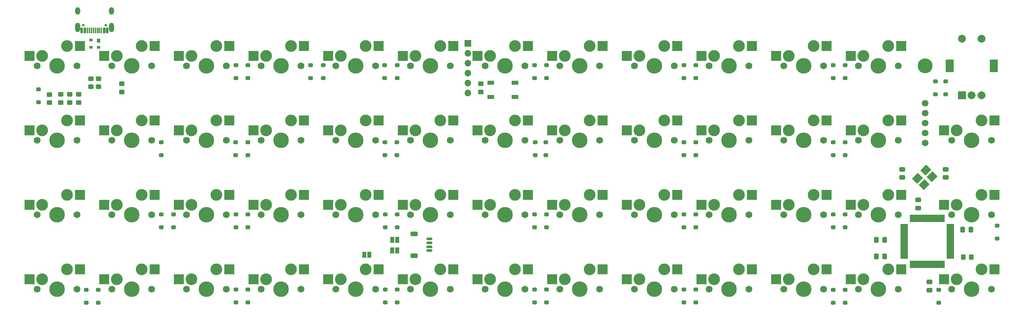
<source format=gbs>
G04 #@! TF.GenerationSoftware,KiCad,Pcbnew,(6.0.1-0)*
G04 #@! TF.CreationDate,2022-04-18T13:14:10-05:00*
G04 #@! TF.ProjectId,pcb,7063622e-6b69-4636-9164-5f7063625858,rev?*
G04 #@! TF.SameCoordinates,Original*
G04 #@! TF.FileFunction,Soldermask,Bot*
G04 #@! TF.FilePolarity,Negative*
%FSLAX46Y46*%
G04 Gerber Fmt 4.6, Leading zero omitted, Abs format (unit mm)*
G04 Created by KiCad (PCBNEW (6.0.1-0)) date 2022-04-18 13:14:10*
%MOMM*%
%LPD*%
G01*
G04 APERTURE LIST*
G04 Aperture macros list*
%AMRoundRect*
0 Rectangle with rounded corners*
0 $1 Rounding radius*
0 $2 $3 $4 $5 $6 $7 $8 $9 X,Y pos of 4 corners*
0 Add a 4 corners polygon primitive as box body*
4,1,4,$2,$3,$4,$5,$6,$7,$8,$9,$2,$3,0*
0 Add four circle primitives for the rounded corners*
1,1,$1+$1,$2,$3*
1,1,$1+$1,$4,$5*
1,1,$1+$1,$6,$7*
1,1,$1+$1,$8,$9*
0 Add four rect primitives between the rounded corners*
20,1,$1+$1,$2,$3,$4,$5,0*
20,1,$1+$1,$4,$5,$6,$7,0*
20,1,$1+$1,$6,$7,$8,$9,0*
20,1,$1+$1,$8,$9,$2,$3,0*%
%AMRotRect*
0 Rectangle, with rotation*
0 The origin of the aperture is its center*
0 $1 length*
0 $2 width*
0 $3 Rotation angle, in degrees counterclockwise*
0 Add horizontal line*
21,1,$1,$2,0,0,$3*%
G04 Aperture macros list end*
%ADD10C,3.000000*%
%ADD11C,1.750000*%
%ADD12C,3.987800*%
%ADD13R,2.550000X2.500000*%
%ADD14R,2.000000X2.000000*%
%ADD15C,2.000000*%
%ADD16R,2.000000X3.200000*%
%ADD17C,3.800000*%
%ADD18RoundRect,0.250000X-0.475000X0.337500X-0.475000X-0.337500X0.475000X-0.337500X0.475000X0.337500X0*%
%ADD19RoundRect,0.250000X0.350000X-0.250000X0.350000X0.250000X-0.350000X0.250000X-0.350000X-0.250000X0*%
%ADD20O,1.700000X1.700000*%
%ADD21R,1.700000X1.700000*%
%ADD22R,1.800000X1.100000*%
%ADD23RoundRect,0.200000X-0.750000X-0.250000X0.750000X-0.250000X0.750000X0.250000X-0.750000X0.250000X0*%
%ADD24RoundRect,0.200000X-0.250000X-0.750000X0.250000X-0.750000X0.250000X0.750000X-0.250000X0.750000X0*%
%ADD25RoundRect,0.250000X0.475000X-0.337500X0.475000X0.337500X-0.475000X0.337500X-0.475000X-0.337500X0*%
%ADD26RotRect,2.100000X1.800000X45.000000*%
%ADD27RoundRect,0.249999X0.450001X-0.325001X0.450001X0.325001X-0.450001X0.325001X-0.450001X-0.325001X0*%
%ADD28C,0.650000*%
%ADD29RoundRect,0.150000X-0.150000X-0.575000X0.150000X-0.575000X0.150000X0.575000X-0.150000X0.575000X0*%
%ADD30RoundRect,0.075000X-0.075000X-0.650000X0.075000X-0.650000X0.075000X0.650000X-0.075000X0.650000X0*%
%ADD31O,1.300000X2.400000*%
%ADD32O,1.300000X1.900000*%
%ADD33RoundRect,0.249999X-0.450001X0.325001X-0.450001X-0.325001X0.450001X-0.325001X0.450001X0.325001X0*%
%ADD34RoundRect,0.250000X-0.337500X-0.475000X0.337500X-0.475000X0.337500X0.475000X-0.337500X0.475000X0*%
%ADD35RoundRect,0.250000X0.337500X0.475000X-0.337500X0.475000X-0.337500X-0.475000X0.337500X-0.475000X0*%
%ADD36RoundRect,0.249999X0.325001X0.450001X-0.325001X0.450001X-0.325001X-0.450001X0.325001X-0.450001X0*%
%ADD37RoundRect,0.050000X-0.350000X0.500000X-0.350000X-0.500000X0.350000X-0.500000X0.350000X0.500000X0*%
%ADD38RoundRect,0.050000X-0.350000X0.300000X-0.350000X-0.300000X0.350000X-0.300000X0.350000X0.300000X0*%
%ADD39C,1.700000*%
%ADD40R,1.000000X1.500000*%
%ADD41RoundRect,0.150000X0.625000X-0.150000X0.625000X0.150000X-0.625000X0.150000X-0.625000X-0.150000X0*%
%ADD42RoundRect,0.250000X0.650000X-0.350000X0.650000X0.350000X-0.650000X0.350000X-0.650000X-0.350000X0*%
G04 APERTURE END LIST*
D10*
X121180225Y-50653950D03*
D11*
X119910225Y-53193950D03*
D12*
X124990225Y-53193950D03*
D10*
X127530225Y-48113950D03*
D11*
X130070225Y-53193950D03*
D13*
X117905225Y-50653950D03*
X130832225Y-48113950D03*
D11*
X206270225Y-53193950D03*
D10*
X203730225Y-48113950D03*
X197380225Y-50653950D03*
D11*
X196110225Y-53193950D03*
D12*
X201190225Y-53193950D03*
D13*
X194105225Y-50653950D03*
X207032225Y-48113950D03*
D11*
X187220225Y-53193950D03*
D10*
X178330225Y-50653950D03*
X184680225Y-48113950D03*
D11*
X177060225Y-53193950D03*
D12*
X182140225Y-53193950D03*
D13*
X175055225Y-50653950D03*
X187982225Y-48113950D03*
D11*
X168170225Y-53193950D03*
D12*
X163090225Y-53193950D03*
D10*
X165630225Y-48113950D03*
X159280225Y-50653950D03*
D11*
X158010225Y-53193950D03*
D13*
X156005225Y-50653950D03*
X168932225Y-48113950D03*
D11*
X81810225Y-53193950D03*
D12*
X86890225Y-53193950D03*
D10*
X83080225Y-50653950D03*
X89430225Y-48113950D03*
D11*
X91970225Y-53193950D03*
D13*
X79805225Y-50653950D03*
X92732225Y-48113950D03*
D11*
X225320225Y-53193950D03*
D10*
X222780225Y-48113950D03*
D12*
X220240225Y-53193950D03*
D11*
X215160225Y-53193950D03*
D10*
X216430225Y-50653950D03*
D13*
X213155225Y-50653950D03*
X226082225Y-48113950D03*
D11*
X244370225Y-53193950D03*
D10*
X235480225Y-50653950D03*
X241830225Y-48113950D03*
D11*
X234210225Y-53193950D03*
D12*
X239290225Y-53193950D03*
D13*
X232205225Y-50653950D03*
X245132225Y-48113950D03*
D11*
X91970225Y-72243950D03*
D12*
X86890225Y-72243950D03*
D10*
X83080225Y-69703950D03*
D11*
X81810225Y-72243950D03*
D10*
X89430225Y-67163950D03*
D13*
X79805225Y-69703950D03*
X92732225Y-67163950D03*
D11*
X111020225Y-72243950D03*
D10*
X102130225Y-69703950D03*
D11*
X100860225Y-72243950D03*
D10*
X108480225Y-67163950D03*
D12*
X105940225Y-72243950D03*
D13*
X98855225Y-69703950D03*
X111782225Y-67163950D03*
D12*
X144045399Y-72243950D03*
D10*
X146585399Y-67163950D03*
D11*
X138965399Y-72243950D03*
X149125399Y-72243950D03*
D10*
X140235399Y-69703950D03*
D13*
X136960399Y-69703950D03*
X149887399Y-67163950D03*
D10*
X273580225Y-50653950D03*
D12*
X277390225Y-53193950D03*
D10*
X279930225Y-48113950D03*
D11*
X272310225Y-53193950D03*
X282470225Y-53193950D03*
D13*
X270305225Y-50653950D03*
X283232225Y-48113950D03*
D10*
X165630225Y-67163950D03*
X159280225Y-69703950D03*
D11*
X168170225Y-72243950D03*
X158010225Y-72243950D03*
D12*
X163090225Y-72243950D03*
D13*
X156005225Y-69703950D03*
X168932225Y-67163950D03*
D11*
X187220225Y-72243950D03*
D12*
X182140225Y-72243950D03*
D11*
X177060225Y-72243950D03*
D10*
X184680225Y-67163950D03*
X178330225Y-69703950D03*
D13*
X175055225Y-69703950D03*
X187982225Y-67163950D03*
D11*
X196110225Y-72243950D03*
D12*
X201190225Y-72243950D03*
D10*
X203730225Y-67163950D03*
D11*
X206270225Y-72243950D03*
D10*
X197380225Y-69703950D03*
D13*
X194105225Y-69703950D03*
X207032225Y-67163950D03*
D11*
X111020225Y-110343950D03*
D12*
X105940225Y-110343950D03*
D11*
X100860225Y-110343950D03*
D10*
X108480225Y-105263950D03*
X102130225Y-107803950D03*
D13*
X98855225Y-107803950D03*
X111782225Y-105263950D03*
D11*
X119910225Y-110343950D03*
D10*
X127530225Y-105263950D03*
D11*
X130070225Y-110343950D03*
D12*
X124990225Y-110343950D03*
D10*
X121180225Y-107803950D03*
D13*
X117905225Y-107803950D03*
X130832225Y-105263950D03*
D10*
X140230225Y-107803950D03*
X146580225Y-105263950D03*
D12*
X144040225Y-110343950D03*
D11*
X149120225Y-110343950D03*
X138960225Y-110343950D03*
D13*
X136955225Y-107803950D03*
X149882225Y-105263950D03*
D10*
X159280225Y-107803950D03*
D11*
X168170225Y-110343950D03*
D10*
X165630225Y-105263950D03*
D11*
X158010225Y-110343950D03*
D12*
X163090225Y-110343950D03*
D13*
X156005225Y-107803950D03*
X168932225Y-105263950D03*
D12*
X182140225Y-110343950D03*
D11*
X187220225Y-110343950D03*
D10*
X178330225Y-107803950D03*
X184680225Y-105263950D03*
D11*
X177060225Y-110343950D03*
D13*
X175055225Y-107803950D03*
X187982225Y-105263950D03*
D12*
X220240225Y-110343950D03*
D11*
X225320225Y-110343950D03*
D10*
X222780225Y-105263950D03*
D11*
X215160225Y-110343950D03*
D10*
X216430225Y-107803950D03*
D13*
X213155225Y-107803950D03*
X226082225Y-105263950D03*
D10*
X241830225Y-105263950D03*
X235480225Y-107803950D03*
D11*
X244370225Y-110343950D03*
X234210225Y-110343950D03*
D12*
X239290225Y-110343950D03*
D13*
X232205225Y-107803950D03*
X245132225Y-105263950D03*
D11*
X253260225Y-110343950D03*
D10*
X254530225Y-107803950D03*
X260880225Y-105263950D03*
D11*
X263420225Y-110343950D03*
D12*
X258340225Y-110343950D03*
D13*
X251255225Y-107803950D03*
X264182225Y-105263950D03*
D10*
X279930225Y-105263950D03*
D12*
X277390225Y-110343950D03*
D11*
X282470225Y-110343950D03*
X272310225Y-110343950D03*
D10*
X273580225Y-107803950D03*
D13*
X270305225Y-107803950D03*
X283232225Y-105263950D03*
D11*
X196110225Y-110343950D03*
X206270225Y-110343950D03*
D10*
X203730225Y-105263950D03*
D12*
X201190225Y-110343950D03*
D10*
X197380225Y-107803950D03*
D13*
X194105225Y-107803950D03*
X207032225Y-105263950D03*
D10*
X279930225Y-86213950D03*
D12*
X277390225Y-91293950D03*
D10*
X273580225Y-88753950D03*
D11*
X272310225Y-91293950D03*
X282470225Y-91293950D03*
D13*
X270305225Y-88753950D03*
X283232225Y-86213950D03*
D11*
X253260225Y-91293950D03*
D10*
X260880225Y-86213950D03*
D12*
X258340225Y-91293950D03*
D10*
X254530225Y-88753950D03*
D11*
X263420225Y-91293950D03*
D13*
X251255225Y-88753950D03*
X264182225Y-86213950D03*
D10*
X216430225Y-88753950D03*
D11*
X215160225Y-91293950D03*
D10*
X222780225Y-86213950D03*
D11*
X225320225Y-91293950D03*
D12*
X220240225Y-91293950D03*
D13*
X213155225Y-88753950D03*
X226082225Y-86213950D03*
D11*
X187220225Y-91293950D03*
X177060225Y-91293950D03*
D12*
X182140225Y-91293950D03*
D10*
X184680225Y-86213950D03*
X178330225Y-88753950D03*
D13*
X175055225Y-88753950D03*
X187982225Y-86213950D03*
D11*
X138960225Y-91293950D03*
D10*
X146580225Y-86213950D03*
D11*
X149120225Y-91293950D03*
D12*
X144040225Y-91293950D03*
D10*
X140230225Y-88753950D03*
D13*
X136955225Y-88753950D03*
X149882225Y-86213950D03*
D10*
X83080225Y-88753950D03*
X89430225Y-86213950D03*
D11*
X91970225Y-91293950D03*
X81810225Y-91293950D03*
D12*
X86890225Y-91293950D03*
D13*
X79805225Y-88753950D03*
X92732225Y-86213950D03*
D11*
X158010225Y-91293950D03*
D10*
X159280225Y-88753950D03*
X165630225Y-86213950D03*
D11*
X168170225Y-91293950D03*
D12*
X163090225Y-91293950D03*
D13*
X156005225Y-88753950D03*
X168932225Y-86213950D03*
D10*
X298980225Y-67163950D03*
D11*
X301520225Y-72243950D03*
D10*
X292630225Y-69703950D03*
D11*
X291360225Y-72243950D03*
D12*
X296440225Y-72243950D03*
D13*
X289355225Y-69703950D03*
X302282225Y-67163950D03*
D10*
X127530225Y-86213950D03*
D11*
X130070225Y-91293950D03*
D10*
X121180225Y-88753950D03*
D11*
X119910225Y-91293950D03*
D12*
X124990225Y-91293950D03*
D13*
X117905225Y-88753950D03*
X130832225Y-86213950D03*
D12*
X105940225Y-91293950D03*
D11*
X111020225Y-91293950D03*
D10*
X108480225Y-86213950D03*
X102130225Y-88753950D03*
D11*
X100860225Y-91293950D03*
D13*
X98855225Y-88753950D03*
X111782225Y-86213950D03*
D11*
X263420225Y-72243950D03*
D10*
X260880225Y-67163950D03*
D12*
X258340225Y-72243950D03*
D10*
X254530225Y-69703950D03*
D11*
X253260225Y-72243950D03*
D13*
X251255225Y-69703950D03*
X264182225Y-67163950D03*
D11*
X234210225Y-72243950D03*
D10*
X241830225Y-67163950D03*
D12*
X239290225Y-72243950D03*
D10*
X235480225Y-69703950D03*
D11*
X244370225Y-72243950D03*
D13*
X232205225Y-69703950D03*
X245132225Y-67163950D03*
D10*
X273580225Y-69703950D03*
D12*
X277390225Y-72243950D03*
D11*
X282470225Y-72243950D03*
D10*
X279930225Y-67163950D03*
D11*
X272310225Y-72243950D03*
D13*
X270305225Y-69703950D03*
X283232225Y-67163950D03*
D10*
X298980225Y-105263950D03*
D11*
X291360225Y-110343950D03*
D12*
X296440225Y-110343950D03*
D11*
X301520225Y-110343950D03*
D10*
X292630225Y-107803950D03*
D13*
X289355225Y-107803950D03*
X302282225Y-105263950D03*
D10*
X298980225Y-86213950D03*
X292630225Y-88753950D03*
D12*
X296440225Y-91293950D03*
D11*
X301520225Y-91293950D03*
X291360225Y-91293950D03*
D13*
X289355225Y-88753950D03*
X302282225Y-86213950D03*
D10*
X292630225Y-50653950D03*
D12*
X296440225Y-53193950D03*
D11*
X301520225Y-53193950D03*
X291360225Y-53193950D03*
D10*
X298980225Y-48113950D03*
D13*
X289355225Y-50653950D03*
X302282225Y-48113950D03*
D14*
X317752725Y-60693950D03*
D15*
X322752725Y-60693950D03*
X320252725Y-60693950D03*
D16*
X314652725Y-53193950D03*
X325852725Y-53193950D03*
D15*
X322752725Y-46193950D03*
X317752725Y-46193950D03*
D10*
X108480225Y-48113950D03*
X102130225Y-50653950D03*
D11*
X111020225Y-53193950D03*
X100860225Y-53193950D03*
D12*
X105940225Y-53193950D03*
D13*
X98855225Y-50653950D03*
X111782225Y-48113950D03*
D12*
X144040225Y-53193950D03*
D11*
X149120225Y-53193950D03*
D10*
X140230225Y-50653950D03*
D11*
X138960225Y-53193950D03*
D10*
X146580225Y-48113950D03*
D13*
X136955225Y-50653950D03*
X149882225Y-48113950D03*
D12*
X320252785Y-110344230D03*
D10*
X322792785Y-105264230D03*
D11*
X315172785Y-110344230D03*
X325332785Y-110344230D03*
D10*
X316442785Y-107804230D03*
D13*
X313167785Y-107804230D03*
X326094785Y-105264230D03*
D11*
X315172785Y-72244070D03*
D10*
X316442785Y-69704070D03*
X322792785Y-67164070D03*
D11*
X325332785Y-72244070D03*
D12*
X320252785Y-72244070D03*
D13*
X313167785Y-69704070D03*
X326094785Y-67164070D03*
D10*
X316442785Y-88754150D03*
X322792785Y-86214150D03*
D11*
X325332785Y-91294150D03*
D12*
X320252785Y-91294150D03*
D11*
X315172785Y-91294150D03*
D13*
X313167785Y-88754150D03*
X326094785Y-86214150D03*
D12*
X201190225Y-91293950D03*
D10*
X203730225Y-86213950D03*
D11*
X206270225Y-91293950D03*
X196110225Y-91293950D03*
D10*
X197380225Y-88753950D03*
D13*
X194105225Y-88753950D03*
X207032225Y-86213950D03*
D10*
X241830225Y-86213950D03*
D11*
X244370225Y-91293950D03*
D12*
X239290225Y-91293950D03*
D11*
X234210225Y-91293950D03*
D10*
X235480225Y-88753950D03*
D13*
X232205225Y-88753950D03*
X245132225Y-86213950D03*
D11*
X91970225Y-110343950D03*
D10*
X89430225Y-105263950D03*
D11*
X81810225Y-110343950D03*
D10*
X83080225Y-107803950D03*
D12*
X86890225Y-110343950D03*
D13*
X79805225Y-107803950D03*
X92732225Y-105263950D03*
D10*
X254530225Y-50653950D03*
X260880225Y-48113950D03*
D11*
X253260225Y-53193950D03*
D12*
X258340225Y-53193950D03*
D11*
X263420225Y-53193950D03*
D13*
X251255225Y-50653950D03*
X264182225Y-48113950D03*
D10*
X121180225Y-69703950D03*
X127530225Y-67163950D03*
D11*
X119910225Y-72243950D03*
D12*
X124990225Y-72243950D03*
D11*
X130070225Y-72243950D03*
D13*
X117905225Y-69703950D03*
X130832225Y-67163950D03*
D11*
X215160225Y-72243950D03*
D12*
X220240225Y-72243950D03*
D10*
X222780225Y-67163950D03*
D11*
X225320225Y-72243950D03*
D10*
X216430225Y-69703950D03*
D13*
X213155225Y-69703950D03*
X226082225Y-67163950D03*
D17*
X308346661Y-53193950D03*
D18*
X309490225Y-108456450D03*
X309490225Y-110531450D03*
D19*
X116590225Y-94443950D03*
X116590225Y-91143950D03*
X208890225Y-76043950D03*
X208890225Y-72743950D03*
X170490225Y-76043950D03*
X170490225Y-72743950D03*
X135581415Y-76043950D03*
X135581415Y-72743950D03*
X113490225Y-76043950D03*
X113490225Y-72743950D03*
X284890625Y-56306250D03*
X284890625Y-53006250D03*
X249881415Y-56306250D03*
X249881415Y-53006250D03*
X211781415Y-56306250D03*
X211781415Y-53006250D03*
X208681415Y-56306250D03*
X208681415Y-53006250D03*
X173651789Y-56333377D03*
X173651789Y-53033377D03*
X170476789Y-56333377D03*
X170476789Y-53033377D03*
X154751789Y-56306250D03*
X154751789Y-53006250D03*
X287990625Y-113750000D03*
X287990625Y-110450000D03*
X284890625Y-113750000D03*
X284890625Y-110450000D03*
X249890625Y-113713123D03*
X249890625Y-110413123D03*
X246790625Y-113706250D03*
X246790625Y-110406250D03*
X211783999Y-113706250D03*
X211783999Y-110406250D03*
X208700000Y-113706250D03*
X208700000Y-110406250D03*
X211790625Y-94506250D03*
X211790625Y-91206250D03*
X284890625Y-76043950D03*
X284890625Y-72743950D03*
X208690625Y-94506250D03*
X208690625Y-91206250D03*
X170585999Y-94506250D03*
X170585999Y-91206250D03*
X132490225Y-94443950D03*
X132490225Y-91143950D03*
X287990625Y-76043950D03*
X287990625Y-72743950D03*
X284890625Y-94506250D03*
X284890625Y-91206250D03*
X249890625Y-94506250D03*
X249890625Y-91206250D03*
X246790625Y-94506250D03*
X246790625Y-91206250D03*
X173690625Y-113706250D03*
X173690625Y-110406250D03*
X151576789Y-56306250D03*
X151576789Y-53006250D03*
X211590225Y-76043950D03*
X211590225Y-72743950D03*
D20*
X191665313Y-60143950D03*
X191665313Y-49983950D03*
X191665313Y-55063950D03*
X191665313Y-57603950D03*
X191665313Y-52523950D03*
D21*
X191665313Y-47443950D03*
D19*
X287990625Y-56306250D03*
X287990625Y-53006250D03*
X311790625Y-113750000D03*
X311790625Y-110450000D03*
X313590225Y-60443950D03*
X313590225Y-57143950D03*
X326690225Y-97343950D03*
X326690225Y-94043950D03*
D22*
X203690225Y-57443950D03*
X197490225Y-61143950D03*
X203690225Y-61143950D03*
X197490225Y-57443950D03*
D23*
X302990225Y-102093950D03*
X302990225Y-101293950D03*
X302990225Y-100493950D03*
X302990225Y-99693950D03*
X302990225Y-98893950D03*
X302990225Y-98093950D03*
X302990225Y-97293950D03*
X302990225Y-96493950D03*
X302990225Y-95693950D03*
X302990225Y-94893950D03*
X302990225Y-94093950D03*
D24*
X304890225Y-92193950D03*
X305690225Y-92193950D03*
X306490225Y-92193950D03*
X307290225Y-92193950D03*
X308090225Y-92193950D03*
X308890225Y-92193950D03*
X309690225Y-92193950D03*
X310490225Y-92193950D03*
X311290225Y-92193950D03*
X312090225Y-92193950D03*
X312890225Y-92193950D03*
D23*
X314790225Y-94093950D03*
X314790225Y-94893950D03*
X314790225Y-95693950D03*
X314790225Y-96493950D03*
X314790225Y-97293950D03*
X314790225Y-98093950D03*
X314790225Y-98893950D03*
X314790225Y-99693950D03*
X314790225Y-100493950D03*
X314790225Y-101293950D03*
X314790225Y-102093950D03*
D24*
X312890225Y-103993950D03*
X312090225Y-103993950D03*
X311290225Y-103993950D03*
X310490225Y-103993950D03*
X309690225Y-103993950D03*
X308890225Y-103993950D03*
X308090225Y-103993950D03*
X307290225Y-103993950D03*
X306490225Y-103993950D03*
X305690225Y-103993950D03*
X304890225Y-103993950D03*
D25*
X306590225Y-89531450D03*
X306590225Y-87456450D03*
X313590225Y-81731450D03*
X313590225Y-79656450D03*
X302490225Y-81731450D03*
X302490225Y-79656450D03*
D26*
X306451747Y-81906082D03*
X308502357Y-79855472D03*
X310128703Y-81481818D03*
X308078093Y-83532428D03*
D27*
X92390225Y-62518950D03*
X92390225Y-60468950D03*
D28*
X93525217Y-42765450D03*
X99305217Y-42765450D03*
D29*
X93165217Y-44091450D03*
X93965217Y-44091450D03*
D30*
X95165217Y-44091450D03*
X96161217Y-44091450D03*
X96665217Y-44091450D03*
X97665217Y-44091450D03*
D29*
X99665217Y-44091450D03*
X98865217Y-44091450D03*
D30*
X98165217Y-44091450D03*
X97165217Y-44091450D03*
X95665217Y-44091450D03*
X94665217Y-44091450D03*
D31*
X100715217Y-43316450D03*
D32*
X100715217Y-39116450D03*
X92115217Y-39116450D03*
D31*
X92115217Y-43316450D03*
D27*
X97490625Y-58518950D03*
X97490625Y-56468950D03*
X84940225Y-62568950D03*
X84940225Y-60518950D03*
D33*
X90090225Y-60468950D03*
X90090225Y-62518950D03*
D27*
X87790225Y-62518950D03*
X87790225Y-60468950D03*
D19*
X135590625Y-113706250D03*
X135590625Y-110406250D03*
X132490625Y-113713123D03*
X132490625Y-110413123D03*
D34*
X317952725Y-95093950D03*
X320027725Y-95093950D03*
D27*
X95490625Y-58518950D03*
X95490625Y-56468950D03*
D35*
X298027725Y-101893950D03*
X295952725Y-101893950D03*
X298027725Y-97693950D03*
X295952725Y-97693950D03*
D36*
X320115225Y-102093950D03*
X318065225Y-102093950D03*
D19*
X82090225Y-62443950D03*
X82090225Y-59143950D03*
X94290225Y-113743950D03*
X94290225Y-110443950D03*
X97390225Y-113743950D03*
X97390225Y-110443950D03*
X170590625Y-113706250D03*
X170590625Y-110406250D03*
X135590225Y-94443950D03*
X135590225Y-91143950D03*
X173650000Y-94506250D03*
X173650000Y-91206250D03*
X287990625Y-94506250D03*
X287990625Y-91206250D03*
X113490225Y-94443950D03*
X113490225Y-91143950D03*
X135581415Y-56306250D03*
X135581415Y-53006250D03*
X310990225Y-60443950D03*
X310990225Y-57143950D03*
X246781415Y-56306250D03*
X246781415Y-53006250D03*
X132490625Y-56299950D03*
X132490625Y-52999950D03*
D27*
X194990225Y-59818950D03*
X194990225Y-57768950D03*
D19*
X249881415Y-76043950D03*
X249881415Y-72743950D03*
X246781415Y-76043950D03*
X246781415Y-72743950D03*
X173590225Y-76043950D03*
X173590225Y-72743950D03*
X132431415Y-76043950D03*
X132431415Y-72743950D03*
D27*
X103340225Y-59818950D03*
X103340225Y-57768950D03*
D37*
X97490625Y-46743950D03*
D38*
X97490625Y-48443950D03*
X95490625Y-48443950D03*
X95490625Y-46543950D03*
D39*
X308390225Y-67843950D03*
X308390225Y-70383950D03*
X308390225Y-72923950D03*
X308390225Y-65303950D03*
D40*
X173690225Y-97693950D03*
X172390225Y-97693950D03*
D39*
X308390225Y-62763950D03*
D41*
X181840225Y-100443950D03*
X181840225Y-99443950D03*
X181840225Y-98443950D03*
X181840225Y-97443950D03*
D42*
X177965225Y-96143950D03*
X177965225Y-101743950D03*
D40*
X166540225Y-101493950D03*
X165240225Y-101493950D03*
X173690225Y-100443950D03*
X172390225Y-100443950D03*
M02*

</source>
